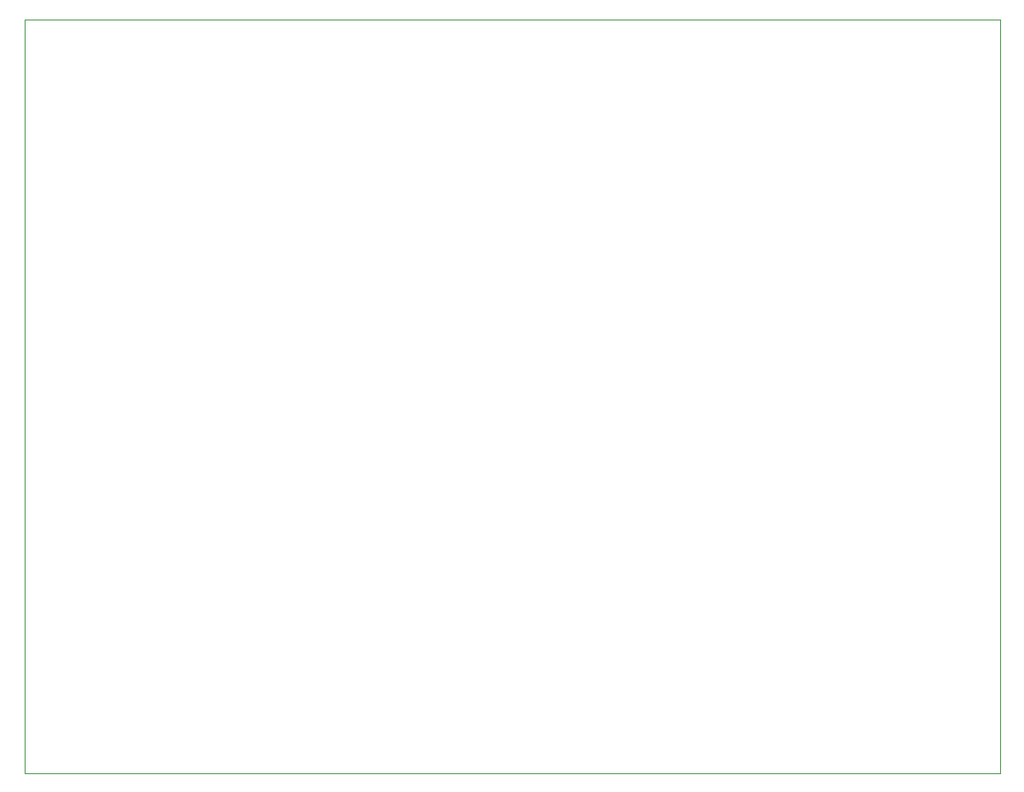
<source format=gbr>
%TF.GenerationSoftware,KiCad,Pcbnew,8.0.2*%
%TF.CreationDate,2024-12-06T15:03:26+07:00*%
%TF.ProjectId,bit-v5.1.1,6269742d-7635-42e3-912e-312e6b696361,rev?*%
%TF.SameCoordinates,Original*%
%TF.FileFunction,Profile,NP*%
%FSLAX46Y46*%
G04 Gerber Fmt 4.6, Leading zero omitted, Abs format (unit mm)*
G04 Created by KiCad (PCBNEW 8.0.2) date 2024-12-06 15:03:26*
%MOMM*%
%LPD*%
G01*
G04 APERTURE LIST*
%TA.AperFunction,Profile*%
%ADD10C,0.050000*%
%TD*%
G04 APERTURE END LIST*
D10*
X106594715Y-62836685D02*
X203594715Y-62836685D01*
X203594715Y-137836685D01*
X106594715Y-137836685D01*
X106594715Y-62836685D01*
M02*

</source>
